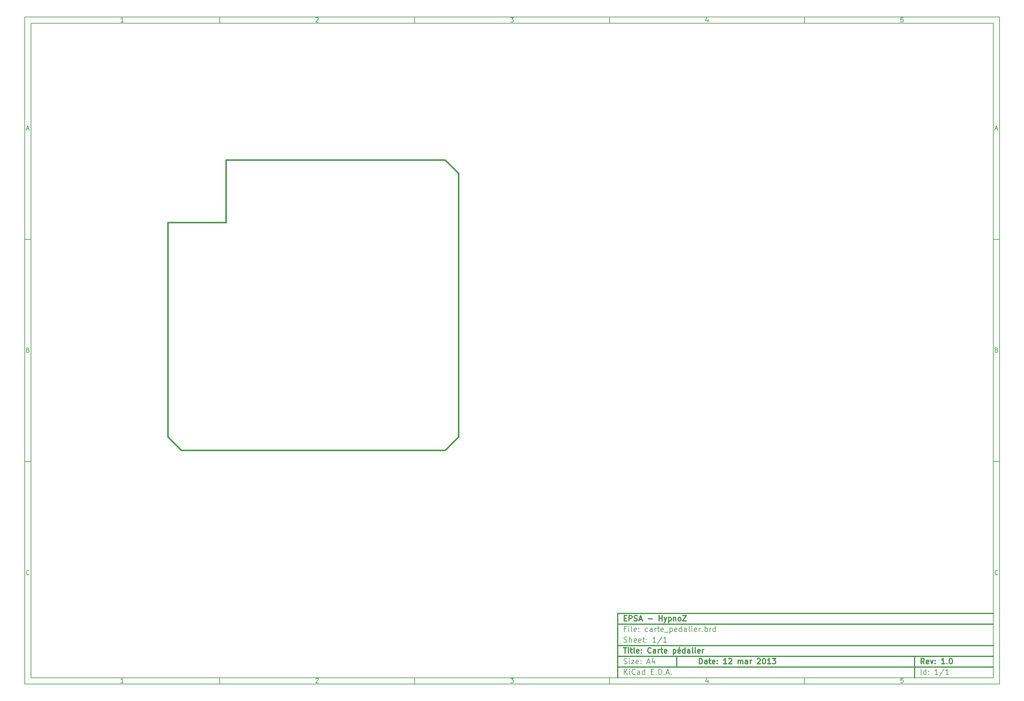
<source format=gbr>
G04 (created by PCBNEW-RS274X (2012-01-19 BZR 3256)-stable) date 12/03/2013 15:31:22*
G01*
G70*
G90*
%MOIN*%
G04 Gerber Fmt 3.4, Leading zero omitted, Abs format*
%FSLAX34Y34*%
G04 APERTURE LIST*
%ADD10C,0.006000*%
%ADD11C,0.012000*%
%ADD12C,0.015000*%
G04 APERTURE END LIST*
G54D10*
X04000Y-04000D02*
X113000Y-04000D01*
X113000Y-78670D01*
X04000Y-78670D01*
X04000Y-04000D01*
X04700Y-04700D02*
X112300Y-04700D01*
X112300Y-77970D01*
X04700Y-77970D01*
X04700Y-04700D01*
X25800Y-04000D02*
X25800Y-04700D01*
X15043Y-04552D02*
X14757Y-04552D01*
X14900Y-04552D02*
X14900Y-04052D01*
X14852Y-04124D01*
X14805Y-04171D01*
X14757Y-04195D01*
X25800Y-78670D02*
X25800Y-77970D01*
X15043Y-78522D02*
X14757Y-78522D01*
X14900Y-78522D02*
X14900Y-78022D01*
X14852Y-78094D01*
X14805Y-78141D01*
X14757Y-78165D01*
X47600Y-04000D02*
X47600Y-04700D01*
X36557Y-04100D02*
X36581Y-04076D01*
X36629Y-04052D01*
X36748Y-04052D01*
X36795Y-04076D01*
X36819Y-04100D01*
X36843Y-04148D01*
X36843Y-04195D01*
X36819Y-04267D01*
X36533Y-04552D01*
X36843Y-04552D01*
X47600Y-78670D02*
X47600Y-77970D01*
X36557Y-78070D02*
X36581Y-78046D01*
X36629Y-78022D01*
X36748Y-78022D01*
X36795Y-78046D01*
X36819Y-78070D01*
X36843Y-78118D01*
X36843Y-78165D01*
X36819Y-78237D01*
X36533Y-78522D01*
X36843Y-78522D01*
X69400Y-04000D02*
X69400Y-04700D01*
X58333Y-04052D02*
X58643Y-04052D01*
X58476Y-04243D01*
X58548Y-04243D01*
X58595Y-04267D01*
X58619Y-04290D01*
X58643Y-04338D01*
X58643Y-04457D01*
X58619Y-04505D01*
X58595Y-04529D01*
X58548Y-04552D01*
X58405Y-04552D01*
X58357Y-04529D01*
X58333Y-04505D01*
X69400Y-78670D02*
X69400Y-77970D01*
X58333Y-78022D02*
X58643Y-78022D01*
X58476Y-78213D01*
X58548Y-78213D01*
X58595Y-78237D01*
X58619Y-78260D01*
X58643Y-78308D01*
X58643Y-78427D01*
X58619Y-78475D01*
X58595Y-78499D01*
X58548Y-78522D01*
X58405Y-78522D01*
X58357Y-78499D01*
X58333Y-78475D01*
X91200Y-04000D02*
X91200Y-04700D01*
X80395Y-04219D02*
X80395Y-04552D01*
X80276Y-04029D02*
X80157Y-04386D01*
X80467Y-04386D01*
X91200Y-78670D02*
X91200Y-77970D01*
X80395Y-78189D02*
X80395Y-78522D01*
X80276Y-77999D02*
X80157Y-78356D01*
X80467Y-78356D01*
X102219Y-04052D02*
X101981Y-04052D01*
X101957Y-04290D01*
X101981Y-04267D01*
X102029Y-04243D01*
X102148Y-04243D01*
X102195Y-04267D01*
X102219Y-04290D01*
X102243Y-04338D01*
X102243Y-04457D01*
X102219Y-04505D01*
X102195Y-04529D01*
X102148Y-04552D01*
X102029Y-04552D01*
X101981Y-04529D01*
X101957Y-04505D01*
X102219Y-78022D02*
X101981Y-78022D01*
X101957Y-78260D01*
X101981Y-78237D01*
X102029Y-78213D01*
X102148Y-78213D01*
X102195Y-78237D01*
X102219Y-78260D01*
X102243Y-78308D01*
X102243Y-78427D01*
X102219Y-78475D01*
X102195Y-78499D01*
X102148Y-78522D01*
X102029Y-78522D01*
X101981Y-78499D01*
X101957Y-78475D01*
X04000Y-28890D02*
X04700Y-28890D01*
X04231Y-16510D02*
X04469Y-16510D01*
X04184Y-16652D02*
X04350Y-16152D01*
X04517Y-16652D01*
X113000Y-28890D02*
X112300Y-28890D01*
X112531Y-16510D02*
X112769Y-16510D01*
X112484Y-16652D02*
X112650Y-16152D01*
X112817Y-16652D01*
X04000Y-53780D02*
X04700Y-53780D01*
X04386Y-41280D02*
X04457Y-41304D01*
X04481Y-41328D01*
X04505Y-41376D01*
X04505Y-41447D01*
X04481Y-41495D01*
X04457Y-41519D01*
X04410Y-41542D01*
X04219Y-41542D01*
X04219Y-41042D01*
X04386Y-41042D01*
X04433Y-41066D01*
X04457Y-41090D01*
X04481Y-41138D01*
X04481Y-41185D01*
X04457Y-41233D01*
X04433Y-41257D01*
X04386Y-41280D01*
X04219Y-41280D01*
X113000Y-53780D02*
X112300Y-53780D01*
X112686Y-41280D02*
X112757Y-41304D01*
X112781Y-41328D01*
X112805Y-41376D01*
X112805Y-41447D01*
X112781Y-41495D01*
X112757Y-41519D01*
X112710Y-41542D01*
X112519Y-41542D01*
X112519Y-41042D01*
X112686Y-41042D01*
X112733Y-41066D01*
X112757Y-41090D01*
X112781Y-41138D01*
X112781Y-41185D01*
X112757Y-41233D01*
X112733Y-41257D01*
X112686Y-41280D01*
X112519Y-41280D01*
X04505Y-66385D02*
X04481Y-66409D01*
X04410Y-66432D01*
X04362Y-66432D01*
X04290Y-66409D01*
X04243Y-66361D01*
X04219Y-66313D01*
X04195Y-66218D01*
X04195Y-66147D01*
X04219Y-66051D01*
X04243Y-66004D01*
X04290Y-65956D01*
X04362Y-65932D01*
X04410Y-65932D01*
X04481Y-65956D01*
X04505Y-65980D01*
X112805Y-66385D02*
X112781Y-66409D01*
X112710Y-66432D01*
X112662Y-66432D01*
X112590Y-66409D01*
X112543Y-66361D01*
X112519Y-66313D01*
X112495Y-66218D01*
X112495Y-66147D01*
X112519Y-66051D01*
X112543Y-66004D01*
X112590Y-65956D01*
X112662Y-65932D01*
X112710Y-65932D01*
X112781Y-65956D01*
X112805Y-65980D01*
G54D11*
X79443Y-76413D02*
X79443Y-75813D01*
X79586Y-75813D01*
X79671Y-75841D01*
X79729Y-75899D01*
X79757Y-75956D01*
X79786Y-76070D01*
X79786Y-76156D01*
X79757Y-76270D01*
X79729Y-76327D01*
X79671Y-76384D01*
X79586Y-76413D01*
X79443Y-76413D01*
X80300Y-76413D02*
X80300Y-76099D01*
X80271Y-76041D01*
X80214Y-76013D01*
X80100Y-76013D01*
X80043Y-76041D01*
X80300Y-76384D02*
X80243Y-76413D01*
X80100Y-76413D01*
X80043Y-76384D01*
X80014Y-76327D01*
X80014Y-76270D01*
X80043Y-76213D01*
X80100Y-76184D01*
X80243Y-76184D01*
X80300Y-76156D01*
X80500Y-76013D02*
X80729Y-76013D01*
X80586Y-75813D02*
X80586Y-76327D01*
X80614Y-76384D01*
X80672Y-76413D01*
X80729Y-76413D01*
X81157Y-76384D02*
X81100Y-76413D01*
X80986Y-76413D01*
X80929Y-76384D01*
X80900Y-76327D01*
X80900Y-76099D01*
X80929Y-76041D01*
X80986Y-76013D01*
X81100Y-76013D01*
X81157Y-76041D01*
X81186Y-76099D01*
X81186Y-76156D01*
X80900Y-76213D01*
X81443Y-76356D02*
X81471Y-76384D01*
X81443Y-76413D01*
X81414Y-76384D01*
X81443Y-76356D01*
X81443Y-76413D01*
X81443Y-76041D02*
X81471Y-76070D01*
X81443Y-76099D01*
X81414Y-76070D01*
X81443Y-76041D01*
X81443Y-76099D01*
X82500Y-76413D02*
X82157Y-76413D01*
X82329Y-76413D02*
X82329Y-75813D01*
X82272Y-75899D01*
X82214Y-75956D01*
X82157Y-75984D01*
X82728Y-75870D02*
X82757Y-75841D01*
X82814Y-75813D01*
X82957Y-75813D01*
X83014Y-75841D01*
X83043Y-75870D01*
X83071Y-75927D01*
X83071Y-75984D01*
X83043Y-76070D01*
X82700Y-76413D01*
X83071Y-76413D01*
X83785Y-76413D02*
X83785Y-76013D01*
X83785Y-76070D02*
X83813Y-76041D01*
X83871Y-76013D01*
X83956Y-76013D01*
X84013Y-76041D01*
X84042Y-76099D01*
X84042Y-76413D01*
X84042Y-76099D02*
X84071Y-76041D01*
X84128Y-76013D01*
X84213Y-76013D01*
X84271Y-76041D01*
X84299Y-76099D01*
X84299Y-76413D01*
X84842Y-76413D02*
X84842Y-76099D01*
X84813Y-76041D01*
X84756Y-76013D01*
X84642Y-76013D01*
X84585Y-76041D01*
X84842Y-76384D02*
X84785Y-76413D01*
X84642Y-76413D01*
X84585Y-76384D01*
X84556Y-76327D01*
X84556Y-76270D01*
X84585Y-76213D01*
X84642Y-76184D01*
X84785Y-76184D01*
X84842Y-76156D01*
X85128Y-76413D02*
X85128Y-76013D01*
X85128Y-76127D02*
X85156Y-76070D01*
X85185Y-76041D01*
X85242Y-76013D01*
X85299Y-76013D01*
X85927Y-75870D02*
X85956Y-75841D01*
X86013Y-75813D01*
X86156Y-75813D01*
X86213Y-75841D01*
X86242Y-75870D01*
X86270Y-75927D01*
X86270Y-75984D01*
X86242Y-76070D01*
X85899Y-76413D01*
X86270Y-76413D01*
X86641Y-75813D02*
X86698Y-75813D01*
X86755Y-75841D01*
X86784Y-75870D01*
X86813Y-75927D01*
X86841Y-76041D01*
X86841Y-76184D01*
X86813Y-76299D01*
X86784Y-76356D01*
X86755Y-76384D01*
X86698Y-76413D01*
X86641Y-76413D01*
X86584Y-76384D01*
X86555Y-76356D01*
X86527Y-76299D01*
X86498Y-76184D01*
X86498Y-76041D01*
X86527Y-75927D01*
X86555Y-75870D01*
X86584Y-75841D01*
X86641Y-75813D01*
X87412Y-76413D02*
X87069Y-76413D01*
X87241Y-76413D02*
X87241Y-75813D01*
X87184Y-75899D01*
X87126Y-75956D01*
X87069Y-75984D01*
X87612Y-75813D02*
X87983Y-75813D01*
X87783Y-76041D01*
X87869Y-76041D01*
X87926Y-76070D01*
X87955Y-76099D01*
X87983Y-76156D01*
X87983Y-76299D01*
X87955Y-76356D01*
X87926Y-76384D01*
X87869Y-76413D01*
X87697Y-76413D01*
X87640Y-76384D01*
X87612Y-76356D01*
G54D10*
X71043Y-77613D02*
X71043Y-77013D01*
X71386Y-77613D02*
X71129Y-77270D01*
X71386Y-77013D02*
X71043Y-77356D01*
X71643Y-77613D02*
X71643Y-77213D01*
X71643Y-77013D02*
X71614Y-77041D01*
X71643Y-77070D01*
X71671Y-77041D01*
X71643Y-77013D01*
X71643Y-77070D01*
X72272Y-77556D02*
X72243Y-77584D01*
X72157Y-77613D01*
X72100Y-77613D01*
X72015Y-77584D01*
X71957Y-77527D01*
X71929Y-77470D01*
X71900Y-77356D01*
X71900Y-77270D01*
X71929Y-77156D01*
X71957Y-77099D01*
X72015Y-77041D01*
X72100Y-77013D01*
X72157Y-77013D01*
X72243Y-77041D01*
X72272Y-77070D01*
X72786Y-77613D02*
X72786Y-77299D01*
X72757Y-77241D01*
X72700Y-77213D01*
X72586Y-77213D01*
X72529Y-77241D01*
X72786Y-77584D02*
X72729Y-77613D01*
X72586Y-77613D01*
X72529Y-77584D01*
X72500Y-77527D01*
X72500Y-77470D01*
X72529Y-77413D01*
X72586Y-77384D01*
X72729Y-77384D01*
X72786Y-77356D01*
X73329Y-77613D02*
X73329Y-77013D01*
X73329Y-77584D02*
X73272Y-77613D01*
X73158Y-77613D01*
X73100Y-77584D01*
X73072Y-77556D01*
X73043Y-77499D01*
X73043Y-77327D01*
X73072Y-77270D01*
X73100Y-77241D01*
X73158Y-77213D01*
X73272Y-77213D01*
X73329Y-77241D01*
X74072Y-77299D02*
X74272Y-77299D01*
X74358Y-77613D02*
X74072Y-77613D01*
X74072Y-77013D01*
X74358Y-77013D01*
X74615Y-77556D02*
X74643Y-77584D01*
X74615Y-77613D01*
X74586Y-77584D01*
X74615Y-77556D01*
X74615Y-77613D01*
X74901Y-77613D02*
X74901Y-77013D01*
X75044Y-77013D01*
X75129Y-77041D01*
X75187Y-77099D01*
X75215Y-77156D01*
X75244Y-77270D01*
X75244Y-77356D01*
X75215Y-77470D01*
X75187Y-77527D01*
X75129Y-77584D01*
X75044Y-77613D01*
X74901Y-77613D01*
X75501Y-77556D02*
X75529Y-77584D01*
X75501Y-77613D01*
X75472Y-77584D01*
X75501Y-77556D01*
X75501Y-77613D01*
X75758Y-77441D02*
X76044Y-77441D01*
X75701Y-77613D02*
X75901Y-77013D01*
X76101Y-77613D01*
X76301Y-77556D02*
X76329Y-77584D01*
X76301Y-77613D01*
X76272Y-77584D01*
X76301Y-77556D01*
X76301Y-77613D01*
G54D11*
X104586Y-76413D02*
X104386Y-76127D01*
X104243Y-76413D02*
X104243Y-75813D01*
X104471Y-75813D01*
X104529Y-75841D01*
X104557Y-75870D01*
X104586Y-75927D01*
X104586Y-76013D01*
X104557Y-76070D01*
X104529Y-76099D01*
X104471Y-76127D01*
X104243Y-76127D01*
X105071Y-76384D02*
X105014Y-76413D01*
X104900Y-76413D01*
X104843Y-76384D01*
X104814Y-76327D01*
X104814Y-76099D01*
X104843Y-76041D01*
X104900Y-76013D01*
X105014Y-76013D01*
X105071Y-76041D01*
X105100Y-76099D01*
X105100Y-76156D01*
X104814Y-76213D01*
X105300Y-76013D02*
X105443Y-76413D01*
X105585Y-76013D01*
X105814Y-76356D02*
X105842Y-76384D01*
X105814Y-76413D01*
X105785Y-76384D01*
X105814Y-76356D01*
X105814Y-76413D01*
X105814Y-76041D02*
X105842Y-76070D01*
X105814Y-76099D01*
X105785Y-76070D01*
X105814Y-76041D01*
X105814Y-76099D01*
X106871Y-76413D02*
X106528Y-76413D01*
X106700Y-76413D02*
X106700Y-75813D01*
X106643Y-75899D01*
X106585Y-75956D01*
X106528Y-75984D01*
X107128Y-76356D02*
X107156Y-76384D01*
X107128Y-76413D01*
X107099Y-76384D01*
X107128Y-76356D01*
X107128Y-76413D01*
X107528Y-75813D02*
X107585Y-75813D01*
X107642Y-75841D01*
X107671Y-75870D01*
X107700Y-75927D01*
X107728Y-76041D01*
X107728Y-76184D01*
X107700Y-76299D01*
X107671Y-76356D01*
X107642Y-76384D01*
X107585Y-76413D01*
X107528Y-76413D01*
X107471Y-76384D01*
X107442Y-76356D01*
X107414Y-76299D01*
X107385Y-76184D01*
X107385Y-76041D01*
X107414Y-75927D01*
X107442Y-75870D01*
X107471Y-75841D01*
X107528Y-75813D01*
G54D10*
X71014Y-76384D02*
X71100Y-76413D01*
X71243Y-76413D01*
X71300Y-76384D01*
X71329Y-76356D01*
X71357Y-76299D01*
X71357Y-76241D01*
X71329Y-76184D01*
X71300Y-76156D01*
X71243Y-76127D01*
X71129Y-76099D01*
X71071Y-76070D01*
X71043Y-76041D01*
X71014Y-75984D01*
X71014Y-75927D01*
X71043Y-75870D01*
X71071Y-75841D01*
X71129Y-75813D01*
X71271Y-75813D01*
X71357Y-75841D01*
X71614Y-76413D02*
X71614Y-76013D01*
X71614Y-75813D02*
X71585Y-75841D01*
X71614Y-75870D01*
X71642Y-75841D01*
X71614Y-75813D01*
X71614Y-75870D01*
X71843Y-76013D02*
X72157Y-76013D01*
X71843Y-76413D01*
X72157Y-76413D01*
X72614Y-76384D02*
X72557Y-76413D01*
X72443Y-76413D01*
X72386Y-76384D01*
X72357Y-76327D01*
X72357Y-76099D01*
X72386Y-76041D01*
X72443Y-76013D01*
X72557Y-76013D01*
X72614Y-76041D01*
X72643Y-76099D01*
X72643Y-76156D01*
X72357Y-76213D01*
X72900Y-76356D02*
X72928Y-76384D01*
X72900Y-76413D01*
X72871Y-76384D01*
X72900Y-76356D01*
X72900Y-76413D01*
X72900Y-76041D02*
X72928Y-76070D01*
X72900Y-76099D01*
X72871Y-76070D01*
X72900Y-76041D01*
X72900Y-76099D01*
X73614Y-76241D02*
X73900Y-76241D01*
X73557Y-76413D02*
X73757Y-75813D01*
X73957Y-76413D01*
X74414Y-76013D02*
X74414Y-76413D01*
X74271Y-75784D02*
X74128Y-76213D01*
X74500Y-76213D01*
X104243Y-77613D02*
X104243Y-77013D01*
X104786Y-77613D02*
X104786Y-77013D01*
X104786Y-77584D02*
X104729Y-77613D01*
X104615Y-77613D01*
X104557Y-77584D01*
X104529Y-77556D01*
X104500Y-77499D01*
X104500Y-77327D01*
X104529Y-77270D01*
X104557Y-77241D01*
X104615Y-77213D01*
X104729Y-77213D01*
X104786Y-77241D01*
X105072Y-77556D02*
X105100Y-77584D01*
X105072Y-77613D01*
X105043Y-77584D01*
X105072Y-77556D01*
X105072Y-77613D01*
X105072Y-77241D02*
X105100Y-77270D01*
X105072Y-77299D01*
X105043Y-77270D01*
X105072Y-77241D01*
X105072Y-77299D01*
X106129Y-77613D02*
X105786Y-77613D01*
X105958Y-77613D02*
X105958Y-77013D01*
X105901Y-77099D01*
X105843Y-77156D01*
X105786Y-77184D01*
X106814Y-76984D02*
X106300Y-77756D01*
X107329Y-77613D02*
X106986Y-77613D01*
X107158Y-77613D02*
X107158Y-77013D01*
X107101Y-77099D01*
X107043Y-77156D01*
X106986Y-77184D01*
G54D11*
X70957Y-74613D02*
X71300Y-74613D01*
X71129Y-75213D02*
X71129Y-74613D01*
X71500Y-75213D02*
X71500Y-74813D01*
X71500Y-74613D02*
X71471Y-74641D01*
X71500Y-74670D01*
X71528Y-74641D01*
X71500Y-74613D01*
X71500Y-74670D01*
X71700Y-74813D02*
X71929Y-74813D01*
X71786Y-74613D02*
X71786Y-75127D01*
X71814Y-75184D01*
X71872Y-75213D01*
X71929Y-75213D01*
X72215Y-75213D02*
X72157Y-75184D01*
X72129Y-75127D01*
X72129Y-74613D01*
X72671Y-75184D02*
X72614Y-75213D01*
X72500Y-75213D01*
X72443Y-75184D01*
X72414Y-75127D01*
X72414Y-74899D01*
X72443Y-74841D01*
X72500Y-74813D01*
X72614Y-74813D01*
X72671Y-74841D01*
X72700Y-74899D01*
X72700Y-74956D01*
X72414Y-75013D01*
X72957Y-75156D02*
X72985Y-75184D01*
X72957Y-75213D01*
X72928Y-75184D01*
X72957Y-75156D01*
X72957Y-75213D01*
X72957Y-74841D02*
X72985Y-74870D01*
X72957Y-74899D01*
X72928Y-74870D01*
X72957Y-74841D01*
X72957Y-74899D01*
X74043Y-75156D02*
X74014Y-75184D01*
X73928Y-75213D01*
X73871Y-75213D01*
X73786Y-75184D01*
X73728Y-75127D01*
X73700Y-75070D01*
X73671Y-74956D01*
X73671Y-74870D01*
X73700Y-74756D01*
X73728Y-74699D01*
X73786Y-74641D01*
X73871Y-74613D01*
X73928Y-74613D01*
X74014Y-74641D01*
X74043Y-74670D01*
X74557Y-75213D02*
X74557Y-74899D01*
X74528Y-74841D01*
X74471Y-74813D01*
X74357Y-74813D01*
X74300Y-74841D01*
X74557Y-75184D02*
X74500Y-75213D01*
X74357Y-75213D01*
X74300Y-75184D01*
X74271Y-75127D01*
X74271Y-75070D01*
X74300Y-75013D01*
X74357Y-74984D01*
X74500Y-74984D01*
X74557Y-74956D01*
X74843Y-75213D02*
X74843Y-74813D01*
X74843Y-74927D02*
X74871Y-74870D01*
X74900Y-74841D01*
X74957Y-74813D01*
X75014Y-74813D01*
X75128Y-74813D02*
X75357Y-74813D01*
X75214Y-74613D02*
X75214Y-75127D01*
X75242Y-75184D01*
X75300Y-75213D01*
X75357Y-75213D01*
X75785Y-75184D02*
X75728Y-75213D01*
X75614Y-75213D01*
X75557Y-75184D01*
X75528Y-75127D01*
X75528Y-74899D01*
X75557Y-74841D01*
X75614Y-74813D01*
X75728Y-74813D01*
X75785Y-74841D01*
X75814Y-74899D01*
X75814Y-74956D01*
X75528Y-75013D01*
X76528Y-74813D02*
X76528Y-75413D01*
X76528Y-74841D02*
X76585Y-74813D01*
X76699Y-74813D01*
X76756Y-74841D01*
X76785Y-74870D01*
X76814Y-74927D01*
X76814Y-75099D01*
X76785Y-75156D01*
X76756Y-75184D01*
X76699Y-75213D01*
X76585Y-75213D01*
X76528Y-75184D01*
X77299Y-75184D02*
X77242Y-75213D01*
X77128Y-75213D01*
X77071Y-75184D01*
X77042Y-75127D01*
X77042Y-74899D01*
X77071Y-74841D01*
X77128Y-74813D01*
X77242Y-74813D01*
X77299Y-74841D01*
X77328Y-74899D01*
X77328Y-74956D01*
X77042Y-75013D01*
X77242Y-74584D02*
X77157Y-74670D01*
X77842Y-75213D02*
X77842Y-74613D01*
X77842Y-75184D02*
X77785Y-75213D01*
X77671Y-75213D01*
X77613Y-75184D01*
X77585Y-75156D01*
X77556Y-75099D01*
X77556Y-74927D01*
X77585Y-74870D01*
X77613Y-74841D01*
X77671Y-74813D01*
X77785Y-74813D01*
X77842Y-74841D01*
X78385Y-75213D02*
X78385Y-74899D01*
X78356Y-74841D01*
X78299Y-74813D01*
X78185Y-74813D01*
X78128Y-74841D01*
X78385Y-75184D02*
X78328Y-75213D01*
X78185Y-75213D01*
X78128Y-75184D01*
X78099Y-75127D01*
X78099Y-75070D01*
X78128Y-75013D01*
X78185Y-74984D01*
X78328Y-74984D01*
X78385Y-74956D01*
X78757Y-75213D02*
X78699Y-75184D01*
X78671Y-75127D01*
X78671Y-74613D01*
X78985Y-75213D02*
X78985Y-74813D01*
X78985Y-74613D02*
X78956Y-74641D01*
X78985Y-74670D01*
X79013Y-74641D01*
X78985Y-74613D01*
X78985Y-74670D01*
X79499Y-75184D02*
X79442Y-75213D01*
X79328Y-75213D01*
X79271Y-75184D01*
X79242Y-75127D01*
X79242Y-74899D01*
X79271Y-74841D01*
X79328Y-74813D01*
X79442Y-74813D01*
X79499Y-74841D01*
X79528Y-74899D01*
X79528Y-74956D01*
X79242Y-75013D01*
X79785Y-75213D02*
X79785Y-74813D01*
X79785Y-74927D02*
X79813Y-74870D01*
X79842Y-74841D01*
X79899Y-74813D01*
X79956Y-74813D01*
G54D10*
X71243Y-72499D02*
X71043Y-72499D01*
X71043Y-72813D02*
X71043Y-72213D01*
X71329Y-72213D01*
X71557Y-72813D02*
X71557Y-72413D01*
X71557Y-72213D02*
X71528Y-72241D01*
X71557Y-72270D01*
X71585Y-72241D01*
X71557Y-72213D01*
X71557Y-72270D01*
X71929Y-72813D02*
X71871Y-72784D01*
X71843Y-72727D01*
X71843Y-72213D01*
X72385Y-72784D02*
X72328Y-72813D01*
X72214Y-72813D01*
X72157Y-72784D01*
X72128Y-72727D01*
X72128Y-72499D01*
X72157Y-72441D01*
X72214Y-72413D01*
X72328Y-72413D01*
X72385Y-72441D01*
X72414Y-72499D01*
X72414Y-72556D01*
X72128Y-72613D01*
X72671Y-72756D02*
X72699Y-72784D01*
X72671Y-72813D01*
X72642Y-72784D01*
X72671Y-72756D01*
X72671Y-72813D01*
X72671Y-72441D02*
X72699Y-72470D01*
X72671Y-72499D01*
X72642Y-72470D01*
X72671Y-72441D01*
X72671Y-72499D01*
X73671Y-72784D02*
X73614Y-72813D01*
X73500Y-72813D01*
X73442Y-72784D01*
X73414Y-72756D01*
X73385Y-72699D01*
X73385Y-72527D01*
X73414Y-72470D01*
X73442Y-72441D01*
X73500Y-72413D01*
X73614Y-72413D01*
X73671Y-72441D01*
X74185Y-72813D02*
X74185Y-72499D01*
X74156Y-72441D01*
X74099Y-72413D01*
X73985Y-72413D01*
X73928Y-72441D01*
X74185Y-72784D02*
X74128Y-72813D01*
X73985Y-72813D01*
X73928Y-72784D01*
X73899Y-72727D01*
X73899Y-72670D01*
X73928Y-72613D01*
X73985Y-72584D01*
X74128Y-72584D01*
X74185Y-72556D01*
X74471Y-72813D02*
X74471Y-72413D01*
X74471Y-72527D02*
X74499Y-72470D01*
X74528Y-72441D01*
X74585Y-72413D01*
X74642Y-72413D01*
X74756Y-72413D02*
X74985Y-72413D01*
X74842Y-72213D02*
X74842Y-72727D01*
X74870Y-72784D01*
X74928Y-72813D01*
X74985Y-72813D01*
X75413Y-72784D02*
X75356Y-72813D01*
X75242Y-72813D01*
X75185Y-72784D01*
X75156Y-72727D01*
X75156Y-72499D01*
X75185Y-72441D01*
X75242Y-72413D01*
X75356Y-72413D01*
X75413Y-72441D01*
X75442Y-72499D01*
X75442Y-72556D01*
X75156Y-72613D01*
X75556Y-72870D02*
X76013Y-72870D01*
X76156Y-72413D02*
X76156Y-73013D01*
X76156Y-72441D02*
X76213Y-72413D01*
X76327Y-72413D01*
X76384Y-72441D01*
X76413Y-72470D01*
X76442Y-72527D01*
X76442Y-72699D01*
X76413Y-72756D01*
X76384Y-72784D01*
X76327Y-72813D01*
X76213Y-72813D01*
X76156Y-72784D01*
X76927Y-72784D02*
X76870Y-72813D01*
X76756Y-72813D01*
X76699Y-72784D01*
X76670Y-72727D01*
X76670Y-72499D01*
X76699Y-72441D01*
X76756Y-72413D01*
X76870Y-72413D01*
X76927Y-72441D01*
X76956Y-72499D01*
X76956Y-72556D01*
X76670Y-72613D01*
X77470Y-72813D02*
X77470Y-72213D01*
X77470Y-72784D02*
X77413Y-72813D01*
X77299Y-72813D01*
X77241Y-72784D01*
X77213Y-72756D01*
X77184Y-72699D01*
X77184Y-72527D01*
X77213Y-72470D01*
X77241Y-72441D01*
X77299Y-72413D01*
X77413Y-72413D01*
X77470Y-72441D01*
X78013Y-72813D02*
X78013Y-72499D01*
X77984Y-72441D01*
X77927Y-72413D01*
X77813Y-72413D01*
X77756Y-72441D01*
X78013Y-72784D02*
X77956Y-72813D01*
X77813Y-72813D01*
X77756Y-72784D01*
X77727Y-72727D01*
X77727Y-72670D01*
X77756Y-72613D01*
X77813Y-72584D01*
X77956Y-72584D01*
X78013Y-72556D01*
X78385Y-72813D02*
X78327Y-72784D01*
X78299Y-72727D01*
X78299Y-72213D01*
X78613Y-72813D02*
X78613Y-72413D01*
X78613Y-72213D02*
X78584Y-72241D01*
X78613Y-72270D01*
X78641Y-72241D01*
X78613Y-72213D01*
X78613Y-72270D01*
X79127Y-72784D02*
X79070Y-72813D01*
X78956Y-72813D01*
X78899Y-72784D01*
X78870Y-72727D01*
X78870Y-72499D01*
X78899Y-72441D01*
X78956Y-72413D01*
X79070Y-72413D01*
X79127Y-72441D01*
X79156Y-72499D01*
X79156Y-72556D01*
X78870Y-72613D01*
X79413Y-72813D02*
X79413Y-72413D01*
X79413Y-72527D02*
X79441Y-72470D01*
X79470Y-72441D01*
X79527Y-72413D01*
X79584Y-72413D01*
X79784Y-72756D02*
X79812Y-72784D01*
X79784Y-72813D01*
X79755Y-72784D01*
X79784Y-72756D01*
X79784Y-72813D01*
X80070Y-72813D02*
X80070Y-72213D01*
X80070Y-72441D02*
X80127Y-72413D01*
X80241Y-72413D01*
X80298Y-72441D01*
X80327Y-72470D01*
X80356Y-72527D01*
X80356Y-72699D01*
X80327Y-72756D01*
X80298Y-72784D01*
X80241Y-72813D01*
X80127Y-72813D01*
X80070Y-72784D01*
X80613Y-72813D02*
X80613Y-72413D01*
X80613Y-72527D02*
X80641Y-72470D01*
X80670Y-72441D01*
X80727Y-72413D01*
X80784Y-72413D01*
X81241Y-72813D02*
X81241Y-72213D01*
X81241Y-72784D02*
X81184Y-72813D01*
X81070Y-72813D01*
X81012Y-72784D01*
X80984Y-72756D01*
X80955Y-72699D01*
X80955Y-72527D01*
X80984Y-72470D01*
X81012Y-72441D01*
X81070Y-72413D01*
X81184Y-72413D01*
X81241Y-72441D01*
X71014Y-73984D02*
X71100Y-74013D01*
X71243Y-74013D01*
X71300Y-73984D01*
X71329Y-73956D01*
X71357Y-73899D01*
X71357Y-73841D01*
X71329Y-73784D01*
X71300Y-73756D01*
X71243Y-73727D01*
X71129Y-73699D01*
X71071Y-73670D01*
X71043Y-73641D01*
X71014Y-73584D01*
X71014Y-73527D01*
X71043Y-73470D01*
X71071Y-73441D01*
X71129Y-73413D01*
X71271Y-73413D01*
X71357Y-73441D01*
X71614Y-74013D02*
X71614Y-73413D01*
X71871Y-74013D02*
X71871Y-73699D01*
X71842Y-73641D01*
X71785Y-73613D01*
X71700Y-73613D01*
X71642Y-73641D01*
X71614Y-73670D01*
X72385Y-73984D02*
X72328Y-74013D01*
X72214Y-74013D01*
X72157Y-73984D01*
X72128Y-73927D01*
X72128Y-73699D01*
X72157Y-73641D01*
X72214Y-73613D01*
X72328Y-73613D01*
X72385Y-73641D01*
X72414Y-73699D01*
X72414Y-73756D01*
X72128Y-73813D01*
X72899Y-73984D02*
X72842Y-74013D01*
X72728Y-74013D01*
X72671Y-73984D01*
X72642Y-73927D01*
X72642Y-73699D01*
X72671Y-73641D01*
X72728Y-73613D01*
X72842Y-73613D01*
X72899Y-73641D01*
X72928Y-73699D01*
X72928Y-73756D01*
X72642Y-73813D01*
X73099Y-73613D02*
X73328Y-73613D01*
X73185Y-73413D02*
X73185Y-73927D01*
X73213Y-73984D01*
X73271Y-74013D01*
X73328Y-74013D01*
X73528Y-73956D02*
X73556Y-73984D01*
X73528Y-74013D01*
X73499Y-73984D01*
X73528Y-73956D01*
X73528Y-74013D01*
X73528Y-73641D02*
X73556Y-73670D01*
X73528Y-73699D01*
X73499Y-73670D01*
X73528Y-73641D01*
X73528Y-73699D01*
X74585Y-74013D02*
X74242Y-74013D01*
X74414Y-74013D02*
X74414Y-73413D01*
X74357Y-73499D01*
X74299Y-73556D01*
X74242Y-73584D01*
X75270Y-73384D02*
X74756Y-74156D01*
X75785Y-74013D02*
X75442Y-74013D01*
X75614Y-74013D02*
X75614Y-73413D01*
X75557Y-73499D01*
X75499Y-73556D01*
X75442Y-73584D01*
G54D11*
X71043Y-71299D02*
X71243Y-71299D01*
X71329Y-71613D02*
X71043Y-71613D01*
X71043Y-71013D01*
X71329Y-71013D01*
X71586Y-71613D02*
X71586Y-71013D01*
X71814Y-71013D01*
X71872Y-71041D01*
X71900Y-71070D01*
X71929Y-71127D01*
X71929Y-71213D01*
X71900Y-71270D01*
X71872Y-71299D01*
X71814Y-71327D01*
X71586Y-71327D01*
X72157Y-71584D02*
X72243Y-71613D01*
X72386Y-71613D01*
X72443Y-71584D01*
X72472Y-71556D01*
X72500Y-71499D01*
X72500Y-71441D01*
X72472Y-71384D01*
X72443Y-71356D01*
X72386Y-71327D01*
X72272Y-71299D01*
X72214Y-71270D01*
X72186Y-71241D01*
X72157Y-71184D01*
X72157Y-71127D01*
X72186Y-71070D01*
X72214Y-71041D01*
X72272Y-71013D01*
X72414Y-71013D01*
X72500Y-71041D01*
X72728Y-71441D02*
X73014Y-71441D01*
X72671Y-71613D02*
X72871Y-71013D01*
X73071Y-71613D01*
X73728Y-71384D02*
X74185Y-71384D01*
X74928Y-71613D02*
X74928Y-71013D01*
X74928Y-71299D02*
X75271Y-71299D01*
X75271Y-71613D02*
X75271Y-71013D01*
X75500Y-71213D02*
X75643Y-71613D01*
X75785Y-71213D02*
X75643Y-71613D01*
X75585Y-71756D01*
X75557Y-71784D01*
X75500Y-71813D01*
X76014Y-71213D02*
X76014Y-71813D01*
X76014Y-71241D02*
X76071Y-71213D01*
X76185Y-71213D01*
X76242Y-71241D01*
X76271Y-71270D01*
X76300Y-71327D01*
X76300Y-71499D01*
X76271Y-71556D01*
X76242Y-71584D01*
X76185Y-71613D01*
X76071Y-71613D01*
X76014Y-71584D01*
X76557Y-71213D02*
X76557Y-71613D01*
X76557Y-71270D02*
X76585Y-71241D01*
X76643Y-71213D01*
X76728Y-71213D01*
X76785Y-71241D01*
X76814Y-71299D01*
X76814Y-71613D01*
X77186Y-71613D02*
X77128Y-71584D01*
X77100Y-71556D01*
X77071Y-71499D01*
X77071Y-71327D01*
X77100Y-71270D01*
X77128Y-71241D01*
X77186Y-71213D01*
X77271Y-71213D01*
X77328Y-71241D01*
X77357Y-71270D01*
X77386Y-71327D01*
X77386Y-71499D01*
X77357Y-71556D01*
X77328Y-71584D01*
X77271Y-71613D01*
X77186Y-71613D01*
X77586Y-71013D02*
X77986Y-71013D01*
X77586Y-71613D01*
X77986Y-71613D01*
X70300Y-70770D02*
X70300Y-77970D01*
X70300Y-71970D02*
X112300Y-71970D01*
X70300Y-70770D02*
X112300Y-70770D01*
X70300Y-74370D02*
X112300Y-74370D01*
X103500Y-75570D02*
X103500Y-77970D01*
X70300Y-76770D02*
X112300Y-76770D01*
X70300Y-75570D02*
X112300Y-75570D01*
X76900Y-75570D02*
X76900Y-76770D01*
G54D12*
X20000Y-51000D02*
X20000Y-27000D01*
X51000Y-52500D02*
X21500Y-52500D01*
X52500Y-21500D02*
X52500Y-51000D01*
X26500Y-20000D02*
X51000Y-20000D01*
X51000Y-20000D02*
X52500Y-21500D01*
X51000Y-52500D02*
X52500Y-51000D01*
X20000Y-51000D02*
X21500Y-52500D01*
X26500Y-27000D02*
X26500Y-20000D01*
X20000Y-27000D02*
X26500Y-27000D01*
M02*

</source>
